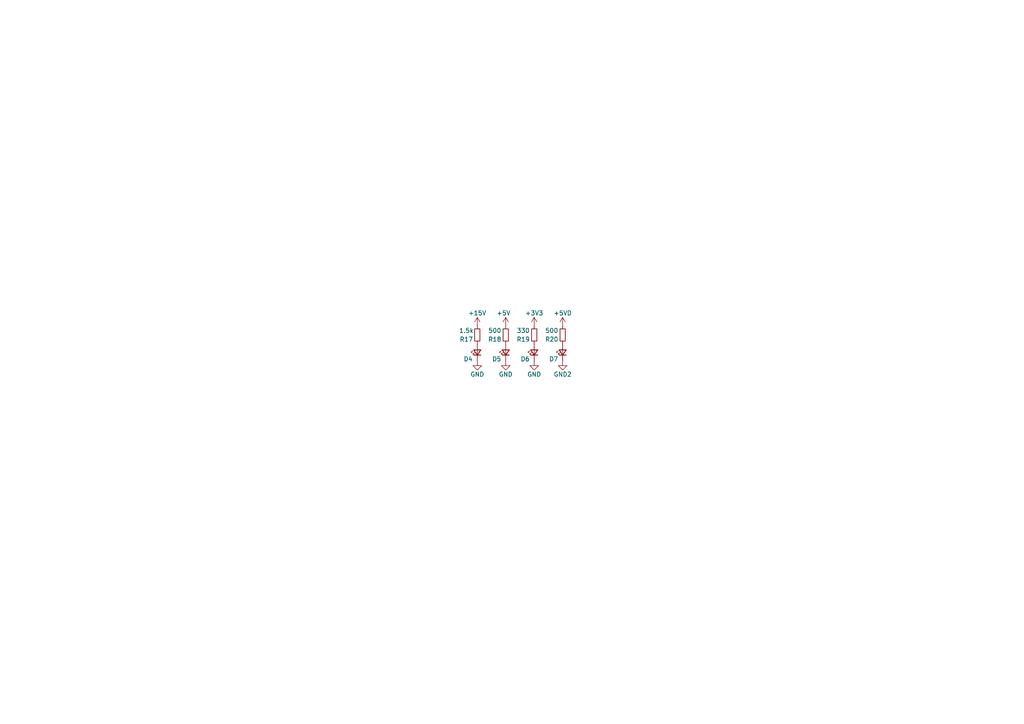
<source format=kicad_sch>
(kicad_sch (version 20211123) (generator eeschema)
  (paper "A4")
  (lib_symbols
    (symbol "Device:LED_Small" (pin_numbers hide) (pin_names (offset 0.254) hide)
      (property "Reference" "D" (at -1.27 3.175 0))
      (property "Value" "LED_Small" (at -4.445 -2.54 0))
      (symbol "LED_Small_0_1"
        (polyline (pts (xy -0.762 -1.016) (xy -0.762 1.016)) (stroke (width 0.254)))
        (polyline (pts (xy 1.016 0) (xy -0.762 0)))
        (polyline (pts (xy 0.762 -1.016) (xy -0.762 0) (xy 0.762 1.016) (xy 0.762 -1.016)) (stroke (width 0.254)))
        (polyline (pts (xy 0 0.762) (xy -0.508 1.27) (xy -0.254 1.27) (xy -0.508 1.27) (xy -0.508 1.016)))
        (polyline (pts (xy 0.508 1.27) (xy 0 1.778) (xy 0.254 1.778) (xy 0 1.778) (xy 0 1.524)))
      )
      (symbol "LED_Small_1_1"
        (pin passive line (at -2.54 0 0) (length 1.778) (name "K") (number "1"))
        (pin passive line (at 2.54 0 180) (length 1.778) (name "A") (number "2"))
      )
    )
    (symbol "Device:R_Small" (pin_numbers hide) (pin_names (offset 0.254) hide)
      (property "Reference" "R" (at 0.762 0.508 0))
      (property "Value" "R_Small" (at 0.762 -1.016 0))
      (symbol "R_Small_0_1"
        (rectangle (start -0.762 1.778) (end 0.762 -1.778) (stroke (width 0.2032)))
      )
      (symbol "R_Small_1_1"
        (pin passive line (at 0 2.54 270) (length 0.762) (name "~") (number "1"))
        (pin passive line (at 0 -2.54 90) (length 0.762) (name "~") (number "2"))
      )
    )
    (symbol "power:+15V" (power) (pin_names (offset 0))
      (property "Value" "+15V" (at 0 3.556 0))
      (symbol "+15V_0_1"
        (polyline (pts (xy -0.762 1.27) (xy 0 2.54)))
        (polyline (pts (xy 0 0) (xy 0 2.54)))
        (polyline (pts (xy 0 2.54) (xy 0.762 1.27)))
      )
      (symbol "+15V_1_1"
        (pin power_in line (at 0 0 90) (length 0) hide (name "+15V") (number "1"))
      )
    )
    (symbol "power:+3.3V" (power) (pin_names (offset 0))
      (property "Value" "+3.3V" (at 0 3.556 0))
      (symbol "+3.3V_0_1"
        (polyline (pts (xy -0.762 1.27) (xy 0 2.54)))
        (polyline (pts (xy 0 0) (xy 0 2.54)))
        (polyline (pts (xy 0 2.54) (xy 0.762 1.27)))
      )
      (symbol "+3.3V_1_1"
        (pin power_in line (at 0 0 90) (length 0) hide (name "+3V3") (number "1"))
      )
    )
    (symbol "power:+5V" (power) (pin_names (offset 0))
      (property "Value" "+5V" (at 0 3.556 0))
      (symbol "+5V_0_1"
        (polyline (pts (xy -0.762 1.27) (xy 0 2.54)))
        (polyline (pts (xy 0 0) (xy 0 2.54)))
        (polyline (pts (xy 0 2.54) (xy 0.762 1.27)))
      )
      (symbol "+5V_1_1"
        (pin power_in line (at 0 0 90) (length 0) hide (name "+5V") (number "1"))
      )
    )
    (symbol "power:+5VD" (power) (pin_names (offset 0))
      (property "Value" "+5VD" (at 0 3.556 0))
      (symbol "+5VD_0_1"
        (polyline (pts (xy -0.762 1.27) (xy 0 2.54)))
        (polyline (pts (xy 0 0) (xy 0 2.54)))
        (polyline (pts (xy 0 2.54) (xy 0.762 1.27)))
      )
      (symbol "+5VD_1_1"
        (pin power_in line (at 0 0 90) (length 0) hide (name "+5VD") (number "1"))
      )
    )
    (symbol "power:GND" (power) (pin_names (offset 0))
      (property "Value" "GND" (at 0 -3.81 0))
      (symbol "GND_0_1"
        (polyline (pts (xy 0 0) (xy 0 -1.27) (xy 1.27 -1.27) (xy 0 -2.54) (xy -1.27 -1.27) (xy 0 -1.27)))
      )
      (symbol "GND_1_1"
        (pin power_in line (at 0 0 270) (length 0) hide (name "GND") (number "1"))
      )
    )
    (symbol "power:GND2" (power) (pin_names (offset 0))
      (property "Value" "GND2" (at 0 -3.81 0))
      (symbol "GND2_0_1"
        (polyline (pts (xy 0 0) (xy 0 -1.27) (xy 1.27 -1.27) (xy 0 -2.54) (xy -1.27 -1.27) (xy 0 -1.27)))
      )
      (symbol "GND2_1_1"
        (pin power_in line (at 0 0 270) (length 0) hide (name "GND2") (number "1"))
      )
    )
  )
  (symbol (lib_id "Device:R_Small") (at 154.94 97.155 0) (unit 1)
    (property "Reference" "R19" (at 151.765 98.425 0))
    (property "Value" "330" (at 151.765 95.885 0))
    (property "Footprint" "Resistor_SMD:R_0805_2012Metric_Pad1.20x1.40mm_HandSolder" (effects hide))
  )
  (symbol (lib_id "power:+5VD") (at 163.195 94.615 0) (unit 1)
    (property "Reference" "#PWR062" (effects hide))
    (property "Value" "+5VD" (at 163.195 90.805 0))
  )
  (symbol (lib_id "Device:LED_Small") (at 146.685 102.235 90) (unit 1)
    (property "Reference" "D5" (at 145.415 104.14 90) (effects (justify left)))
    (property "Value" "LED_Small" (effects hide))
    (property "Footprint" "LED_SMD:LED_0805_2012Metric_Pad1.15x1.40mm_HandSolder" (effects hide))
  )
  (symbol (lib_id "power:+15V") (at 138.43 94.615 0) (unit 1)
    (property "Reference" "#PWR056" (effects hide))
    (property "Value" "+15V" (at 138.43 90.805 0))
  )
  (symbol (lib_id "Device:R_Small") (at 163.195 97.155 0) (unit 1)
    (property "Reference" "R20" (at 160.02 98.425 0))
    (property "Value" "500" (at 160.02 95.885 0))
    (property "Footprint" "Resistor_SMD:R_0805_2012Metric_Pad1.20x1.40mm_HandSolder" (effects hide))
  )
  (symbol (lib_id "power:GND2") (at 163.195 104.775 0) (unit 1)
    (property "Reference" "#PWR063" (effects hide))
    (property "Value" "GND2" (at 163.195 108.585 0))
  )
  (symbol (lib_id "Device:R_Small") (at 138.43 97.155 0) (unit 1)
    (property "Reference" "R17" (at 135.255 98.425 0))
    (property "Value" "1.5k" (at 135.255 95.885 0))
    (property "Footprint" "Resistor_SMD:R_0805_2012Metric_Pad1.20x1.40mm_HandSolder" (effects hide))
  )
  (symbol (lib_id "power:GND") (at 138.43 104.775 0) (unit 1)
    (property "Reference" "#PWR057" (effects hide))
    (property "Value" "GND" (at 138.43 108.585 0))
  )
  (symbol (lib_id "Device:LED_Small") (at 138.43 102.235 90) (unit 1)
    (property "Reference" "D4" (at 137.16 104.14 90) (effects (justify left)))
    (property "Value" "LED_Small" (effects hide))
    (property "Footprint" "LED_SMD:LED_0805_2012Metric_Pad1.15x1.40mm_HandSolder" (effects hide))
  )
  (symbol (lib_id "Device:R_Small") (at 146.685 97.155 0) (unit 1)
    (property "Reference" "R18" (at 143.51 98.425 0))
    (property "Value" "500" (at 143.51 95.885 0))
    (property "Footprint" "Resistor_SMD:R_0805_2012Metric_Pad1.20x1.40mm_HandSolder" (effects hide))
  )
  (symbol (lib_id "Device:LED_Small") (at 154.94 102.235 90) (unit 1)
    (property "Reference" "D6" (at 153.67 104.14 90) (effects (justify left)))
    (property "Value" "LED_Small" (effects hide))
    (property "Footprint" "LED_SMD:LED_0805_2012Metric_Pad1.15x1.40mm_HandSolder" (effects hide))
  )
  (symbol (lib_id "Device:LED_Small") (at 163.195 102.235 90) (unit 1)
    (property "Reference" "D7" (at 161.925 104.14 90) (effects (justify left)))
    (property "Value" "LED_Small" (effects hide))
    (property "Footprint" "LED_SMD:LED_0805_2012Metric_Pad1.15x1.40mm_HandSolder" (effects hide))
  )
  (symbol (lib_id "power:GND") (at 154.94 104.775 0) (unit 1)
    (property "Reference" "#PWR061" (effects hide))
    (property "Value" "GND" (at 154.94 108.585 0))
  )
  (symbol (lib_id "power:GND") (at 146.685 104.775 0) (unit 1)
    (property "Reference" "#PWR059" (effects hide))
    (property "Value" "GND" (at 146.685 108.585 0))
  )
  (symbol (lib_id "power:+5V") (at 146.685 94.615 0) (unit 1)
    (property "Reference" "#PWR058" (effects hide))
    (property "Value" "+5V" (at 146.05 90.805 0))
  )
  (symbol (lib_id "power:+3.3V") (at 154.94 94.615 0) (unit 1)
    (property "Reference" "#PWR060" (effects hide))
    (property "Value" "+3.3V" (at 154.94 90.805 0))
  )
)
</source>
